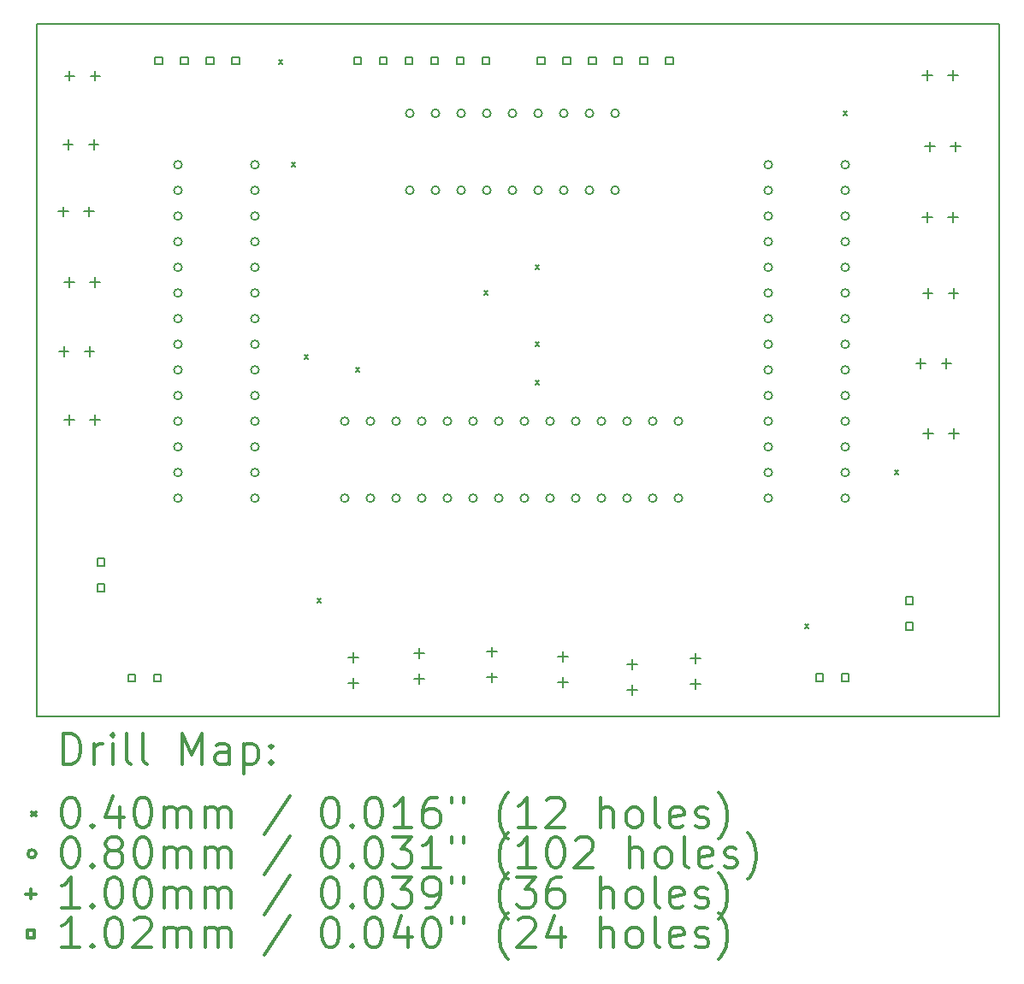
<source format=gbr>
%FSLAX45Y45*%
G04 Gerber Fmt 4.5, Leading zero omitted, Abs format (unit mm)*
G04 Created by KiCad (PCBNEW 4.0.2-stable) date 2016-07-18 1:59:02 PM*
%MOMM*%
G01*
G04 APERTURE LIST*
%ADD10C,0.127000*%
%ADD11C,0.150000*%
%ADD12C,0.200000*%
%ADD13C,0.300000*%
G04 APERTURE END LIST*
D10*
D11*
X9398000Y-9906000D02*
X9398000Y-3048000D01*
X18923000Y-9906000D02*
X9398000Y-9906000D01*
X18923000Y-3048000D02*
X18923000Y-9906000D01*
X9398000Y-3048000D02*
X18923000Y-3048000D01*
D12*
X11791000Y-3409000D02*
X11831000Y-3449000D01*
X11831000Y-3409000D02*
X11791000Y-3449000D01*
X11918000Y-4425000D02*
X11958000Y-4465000D01*
X11958000Y-4425000D02*
X11918000Y-4465000D01*
X12045000Y-6330000D02*
X12085000Y-6370000D01*
X12085000Y-6330000D02*
X12045000Y-6370000D01*
X12172000Y-8743000D02*
X12212000Y-8783000D01*
X12212000Y-8743000D02*
X12172000Y-8783000D01*
X12553000Y-6457000D02*
X12593000Y-6497000D01*
X12593000Y-6457000D02*
X12553000Y-6497000D01*
X13823000Y-5695000D02*
X13863000Y-5735000D01*
X13863000Y-5695000D02*
X13823000Y-5735000D01*
X14331000Y-5441000D02*
X14371000Y-5481000D01*
X14371000Y-5441000D02*
X14331000Y-5481000D01*
X14331000Y-6203000D02*
X14371000Y-6243000D01*
X14371000Y-6203000D02*
X14331000Y-6243000D01*
X14331000Y-6584000D02*
X14371000Y-6624000D01*
X14371000Y-6584000D02*
X14331000Y-6624000D01*
X16998000Y-8997000D02*
X17038000Y-9037000D01*
X17038000Y-8997000D02*
X16998000Y-9037000D01*
X17379000Y-3917000D02*
X17419000Y-3957000D01*
X17419000Y-3917000D02*
X17379000Y-3957000D01*
X17887000Y-7473000D02*
X17927000Y-7513000D01*
X17927000Y-7473000D02*
X17887000Y-7513000D01*
X10835000Y-4445000D02*
G75*
G03X10835000Y-4445000I-40000J0D01*
G01*
X10835000Y-4699000D02*
G75*
G03X10835000Y-4699000I-40000J0D01*
G01*
X10835000Y-4953000D02*
G75*
G03X10835000Y-4953000I-40000J0D01*
G01*
X10835000Y-5207000D02*
G75*
G03X10835000Y-5207000I-40000J0D01*
G01*
X10835000Y-5461000D02*
G75*
G03X10835000Y-5461000I-40000J0D01*
G01*
X10835000Y-5715000D02*
G75*
G03X10835000Y-5715000I-40000J0D01*
G01*
X10835000Y-5969000D02*
G75*
G03X10835000Y-5969000I-40000J0D01*
G01*
X10835000Y-6223000D02*
G75*
G03X10835000Y-6223000I-40000J0D01*
G01*
X10835000Y-6477000D02*
G75*
G03X10835000Y-6477000I-40000J0D01*
G01*
X10835000Y-6731000D02*
G75*
G03X10835000Y-6731000I-40000J0D01*
G01*
X10835000Y-6985000D02*
G75*
G03X10835000Y-6985000I-40000J0D01*
G01*
X10835000Y-7239000D02*
G75*
G03X10835000Y-7239000I-40000J0D01*
G01*
X10835000Y-7493000D02*
G75*
G03X10835000Y-7493000I-40000J0D01*
G01*
X10835000Y-7747000D02*
G75*
G03X10835000Y-7747000I-40000J0D01*
G01*
X11597000Y-4445000D02*
G75*
G03X11597000Y-4445000I-40000J0D01*
G01*
X11597000Y-4699000D02*
G75*
G03X11597000Y-4699000I-40000J0D01*
G01*
X11597000Y-4953000D02*
G75*
G03X11597000Y-4953000I-40000J0D01*
G01*
X11597000Y-5207000D02*
G75*
G03X11597000Y-5207000I-40000J0D01*
G01*
X11597000Y-5461000D02*
G75*
G03X11597000Y-5461000I-40000J0D01*
G01*
X11597000Y-5715000D02*
G75*
G03X11597000Y-5715000I-40000J0D01*
G01*
X11597000Y-5969000D02*
G75*
G03X11597000Y-5969000I-40000J0D01*
G01*
X11597000Y-6223000D02*
G75*
G03X11597000Y-6223000I-40000J0D01*
G01*
X11597000Y-6477000D02*
G75*
G03X11597000Y-6477000I-40000J0D01*
G01*
X11597000Y-6731000D02*
G75*
G03X11597000Y-6731000I-40000J0D01*
G01*
X11597000Y-6985000D02*
G75*
G03X11597000Y-6985000I-40000J0D01*
G01*
X11597000Y-7239000D02*
G75*
G03X11597000Y-7239000I-40000J0D01*
G01*
X11597000Y-7493000D02*
G75*
G03X11597000Y-7493000I-40000J0D01*
G01*
X11597000Y-7747000D02*
G75*
G03X11597000Y-7747000I-40000J0D01*
G01*
X12486000Y-6985000D02*
G75*
G03X12486000Y-6985000I-40000J0D01*
G01*
X12486000Y-7747000D02*
G75*
G03X12486000Y-7747000I-40000J0D01*
G01*
X12740000Y-6985000D02*
G75*
G03X12740000Y-6985000I-40000J0D01*
G01*
X12740000Y-7747000D02*
G75*
G03X12740000Y-7747000I-40000J0D01*
G01*
X12994000Y-6985000D02*
G75*
G03X12994000Y-6985000I-40000J0D01*
G01*
X12994000Y-7747000D02*
G75*
G03X12994000Y-7747000I-40000J0D01*
G01*
X13129786Y-3936500D02*
G75*
G03X13129786Y-3936500I-40000J0D01*
G01*
X13129786Y-4698500D02*
G75*
G03X13129786Y-4698500I-40000J0D01*
G01*
X13248000Y-6985000D02*
G75*
G03X13248000Y-6985000I-40000J0D01*
G01*
X13248000Y-7747000D02*
G75*
G03X13248000Y-7747000I-40000J0D01*
G01*
X13383786Y-3936500D02*
G75*
G03X13383786Y-3936500I-40000J0D01*
G01*
X13383786Y-4698500D02*
G75*
G03X13383786Y-4698500I-40000J0D01*
G01*
X13502000Y-6985000D02*
G75*
G03X13502000Y-6985000I-40000J0D01*
G01*
X13502000Y-7747000D02*
G75*
G03X13502000Y-7747000I-40000J0D01*
G01*
X13637786Y-3936500D02*
G75*
G03X13637786Y-3936500I-40000J0D01*
G01*
X13637786Y-4698500D02*
G75*
G03X13637786Y-4698500I-40000J0D01*
G01*
X13756000Y-6985000D02*
G75*
G03X13756000Y-6985000I-40000J0D01*
G01*
X13756000Y-7747000D02*
G75*
G03X13756000Y-7747000I-40000J0D01*
G01*
X13891786Y-3936500D02*
G75*
G03X13891786Y-3936500I-40000J0D01*
G01*
X13891786Y-4698500D02*
G75*
G03X13891786Y-4698500I-40000J0D01*
G01*
X14010000Y-6985000D02*
G75*
G03X14010000Y-6985000I-40000J0D01*
G01*
X14010000Y-7747000D02*
G75*
G03X14010000Y-7747000I-40000J0D01*
G01*
X14145786Y-3936500D02*
G75*
G03X14145786Y-3936500I-40000J0D01*
G01*
X14145786Y-4698500D02*
G75*
G03X14145786Y-4698500I-40000J0D01*
G01*
X14264000Y-6985000D02*
G75*
G03X14264000Y-6985000I-40000J0D01*
G01*
X14264000Y-7747000D02*
G75*
G03X14264000Y-7747000I-40000J0D01*
G01*
X14399786Y-3936500D02*
G75*
G03X14399786Y-3936500I-40000J0D01*
G01*
X14399786Y-4698500D02*
G75*
G03X14399786Y-4698500I-40000J0D01*
G01*
X14518000Y-6985000D02*
G75*
G03X14518000Y-6985000I-40000J0D01*
G01*
X14518000Y-7747000D02*
G75*
G03X14518000Y-7747000I-40000J0D01*
G01*
X14653786Y-3936500D02*
G75*
G03X14653786Y-3936500I-40000J0D01*
G01*
X14653786Y-4698500D02*
G75*
G03X14653786Y-4698500I-40000J0D01*
G01*
X14772000Y-6985000D02*
G75*
G03X14772000Y-6985000I-40000J0D01*
G01*
X14772000Y-7747000D02*
G75*
G03X14772000Y-7747000I-40000J0D01*
G01*
X14907786Y-3936500D02*
G75*
G03X14907786Y-3936500I-40000J0D01*
G01*
X14907786Y-4698500D02*
G75*
G03X14907786Y-4698500I-40000J0D01*
G01*
X15026000Y-6985000D02*
G75*
G03X15026000Y-6985000I-40000J0D01*
G01*
X15026000Y-7747000D02*
G75*
G03X15026000Y-7747000I-40000J0D01*
G01*
X15161786Y-3936500D02*
G75*
G03X15161786Y-3936500I-40000J0D01*
G01*
X15161786Y-4698500D02*
G75*
G03X15161786Y-4698500I-40000J0D01*
G01*
X15280000Y-6985000D02*
G75*
G03X15280000Y-6985000I-40000J0D01*
G01*
X15280000Y-7747000D02*
G75*
G03X15280000Y-7747000I-40000J0D01*
G01*
X15534000Y-6985000D02*
G75*
G03X15534000Y-6985000I-40000J0D01*
G01*
X15534000Y-7747000D02*
G75*
G03X15534000Y-7747000I-40000J0D01*
G01*
X15788000Y-6985000D02*
G75*
G03X15788000Y-6985000I-40000J0D01*
G01*
X15788000Y-7747000D02*
G75*
G03X15788000Y-7747000I-40000J0D01*
G01*
X16677000Y-4445000D02*
G75*
G03X16677000Y-4445000I-40000J0D01*
G01*
X16677000Y-4699000D02*
G75*
G03X16677000Y-4699000I-40000J0D01*
G01*
X16677000Y-4953000D02*
G75*
G03X16677000Y-4953000I-40000J0D01*
G01*
X16677000Y-5207000D02*
G75*
G03X16677000Y-5207000I-40000J0D01*
G01*
X16677000Y-5461000D02*
G75*
G03X16677000Y-5461000I-40000J0D01*
G01*
X16677000Y-5715000D02*
G75*
G03X16677000Y-5715000I-40000J0D01*
G01*
X16677000Y-5969000D02*
G75*
G03X16677000Y-5969000I-40000J0D01*
G01*
X16677000Y-6223000D02*
G75*
G03X16677000Y-6223000I-40000J0D01*
G01*
X16677000Y-6477000D02*
G75*
G03X16677000Y-6477000I-40000J0D01*
G01*
X16677000Y-6731000D02*
G75*
G03X16677000Y-6731000I-40000J0D01*
G01*
X16677000Y-6985000D02*
G75*
G03X16677000Y-6985000I-40000J0D01*
G01*
X16677000Y-7239000D02*
G75*
G03X16677000Y-7239000I-40000J0D01*
G01*
X16677000Y-7493000D02*
G75*
G03X16677000Y-7493000I-40000J0D01*
G01*
X16677000Y-7747000D02*
G75*
G03X16677000Y-7747000I-40000J0D01*
G01*
X17439000Y-4445000D02*
G75*
G03X17439000Y-4445000I-40000J0D01*
G01*
X17439000Y-4699000D02*
G75*
G03X17439000Y-4699000I-40000J0D01*
G01*
X17439000Y-4953000D02*
G75*
G03X17439000Y-4953000I-40000J0D01*
G01*
X17439000Y-5207000D02*
G75*
G03X17439000Y-5207000I-40000J0D01*
G01*
X17439000Y-5461000D02*
G75*
G03X17439000Y-5461000I-40000J0D01*
G01*
X17439000Y-5715000D02*
G75*
G03X17439000Y-5715000I-40000J0D01*
G01*
X17439000Y-5969000D02*
G75*
G03X17439000Y-5969000I-40000J0D01*
G01*
X17439000Y-6223000D02*
G75*
G03X17439000Y-6223000I-40000J0D01*
G01*
X17439000Y-6477000D02*
G75*
G03X17439000Y-6477000I-40000J0D01*
G01*
X17439000Y-6731000D02*
G75*
G03X17439000Y-6731000I-40000J0D01*
G01*
X17439000Y-6985000D02*
G75*
G03X17439000Y-6985000I-40000J0D01*
G01*
X17439000Y-7239000D02*
G75*
G03X17439000Y-7239000I-40000J0D01*
G01*
X17439000Y-7493000D02*
G75*
G03X17439000Y-7493000I-40000J0D01*
G01*
X17439000Y-7747000D02*
G75*
G03X17439000Y-7747000I-40000J0D01*
G01*
X9662300Y-4858962D02*
X9662300Y-4959038D01*
X9612262Y-4909000D02*
X9712338Y-4909000D01*
X9665300Y-6245962D02*
X9665300Y-6346038D01*
X9615262Y-6296000D02*
X9715338Y-6296000D01*
X9707300Y-4193962D02*
X9707300Y-4294038D01*
X9657262Y-4244000D02*
X9757338Y-4244000D01*
X9717300Y-5554962D02*
X9717300Y-5655038D01*
X9667262Y-5605000D02*
X9767338Y-5605000D01*
X9717300Y-6921962D02*
X9717300Y-7022038D01*
X9667262Y-6972000D02*
X9767338Y-6972000D01*
X9723300Y-3512962D02*
X9723300Y-3613038D01*
X9673262Y-3563000D02*
X9773338Y-3563000D01*
X9916300Y-4858962D02*
X9916300Y-4959038D01*
X9866262Y-4909000D02*
X9966338Y-4909000D01*
X9919300Y-6245962D02*
X9919300Y-6346038D01*
X9869262Y-6296000D02*
X9969338Y-6296000D01*
X9961300Y-4193962D02*
X9961300Y-4294038D01*
X9911262Y-4244000D02*
X10011338Y-4244000D01*
X9971300Y-5554962D02*
X9971300Y-5655038D01*
X9921262Y-5605000D02*
X10021338Y-5605000D01*
X9971300Y-6921962D02*
X9971300Y-7022038D01*
X9921262Y-6972000D02*
X10021338Y-6972000D01*
X9977300Y-3512962D02*
X9977300Y-3613038D01*
X9927262Y-3563000D02*
X10027338Y-3563000D01*
X12533500Y-9277162D02*
X12533500Y-9377238D01*
X12483462Y-9327200D02*
X12583538Y-9327200D01*
X12533500Y-9531162D02*
X12533500Y-9631238D01*
X12483462Y-9581200D02*
X12583538Y-9581200D01*
X13181500Y-9235162D02*
X13181500Y-9335238D01*
X13131462Y-9285200D02*
X13231538Y-9285200D01*
X13181500Y-9489162D02*
X13181500Y-9589238D01*
X13131462Y-9539200D02*
X13231538Y-9539200D01*
X13903500Y-9219162D02*
X13903500Y-9319238D01*
X13853462Y-9269200D02*
X13953538Y-9269200D01*
X13903500Y-9473162D02*
X13903500Y-9573238D01*
X13853462Y-9523200D02*
X13953538Y-9523200D01*
X14604500Y-9265162D02*
X14604500Y-9365238D01*
X14554462Y-9315200D02*
X14654538Y-9315200D01*
X14604500Y-9519162D02*
X14604500Y-9619238D01*
X14554462Y-9569200D02*
X14654538Y-9569200D01*
X15290500Y-9340162D02*
X15290500Y-9440238D01*
X15240462Y-9390200D02*
X15340538Y-9390200D01*
X15290500Y-9594162D02*
X15290500Y-9694238D01*
X15240462Y-9644200D02*
X15340538Y-9644200D01*
X15915500Y-9280162D02*
X15915500Y-9380238D01*
X15865462Y-9330200D02*
X15965538Y-9330200D01*
X15915500Y-9534162D02*
X15915500Y-9634238D01*
X15865462Y-9584200D02*
X15965538Y-9584200D01*
X18147700Y-6363962D02*
X18147700Y-6464038D01*
X18097662Y-6414000D02*
X18197738Y-6414000D01*
X18210700Y-3508962D02*
X18210700Y-3609038D01*
X18160662Y-3559000D02*
X18260738Y-3559000D01*
X18210700Y-4915962D02*
X18210700Y-5016038D01*
X18160662Y-4966000D02*
X18260738Y-4966000D01*
X18216700Y-5667962D02*
X18216700Y-5768038D01*
X18166662Y-5718000D02*
X18266738Y-5718000D01*
X18222700Y-7054962D02*
X18222700Y-7155038D01*
X18172662Y-7105000D02*
X18272738Y-7105000D01*
X18238700Y-4214962D02*
X18238700Y-4315038D01*
X18188662Y-4265000D02*
X18288738Y-4265000D01*
X18401700Y-6363962D02*
X18401700Y-6464038D01*
X18351662Y-6414000D02*
X18451738Y-6414000D01*
X18464700Y-3508962D02*
X18464700Y-3609038D01*
X18414662Y-3559000D02*
X18514738Y-3559000D01*
X18464700Y-4915962D02*
X18464700Y-5016038D01*
X18414662Y-4966000D02*
X18514738Y-4966000D01*
X18470700Y-5667962D02*
X18470700Y-5768038D01*
X18420662Y-5718000D02*
X18520738Y-5718000D01*
X18476700Y-7054962D02*
X18476700Y-7155038D01*
X18426662Y-7105000D02*
X18526738Y-7105000D01*
X18492700Y-4214962D02*
X18492700Y-4315038D01*
X18442662Y-4265000D02*
X18542738Y-4265000D01*
X10068921Y-8417921D02*
X10068921Y-8346079D01*
X9997079Y-8346079D01*
X9997079Y-8417921D01*
X10068921Y-8417921D01*
X10068921Y-8671921D02*
X10068921Y-8600079D01*
X9997079Y-8600079D01*
X9997079Y-8671921D01*
X10068921Y-8671921D01*
X10375755Y-9564421D02*
X10375755Y-9492579D01*
X10303912Y-9492579D01*
X10303912Y-9564421D01*
X10375755Y-9564421D01*
X10629755Y-9564421D02*
X10629755Y-9492579D01*
X10557912Y-9492579D01*
X10557912Y-9564421D01*
X10629755Y-9564421D01*
X10640660Y-3452421D02*
X10640660Y-3380579D01*
X10568817Y-3380579D01*
X10568817Y-3452421D01*
X10640660Y-3452421D01*
X10894660Y-3452421D02*
X10894660Y-3380579D01*
X10822817Y-3380579D01*
X10822817Y-3452421D01*
X10894660Y-3452421D01*
X11148660Y-3452421D02*
X11148660Y-3380579D01*
X11076817Y-3380579D01*
X11076817Y-3452421D01*
X11148660Y-3452421D01*
X11402659Y-3452421D02*
X11402659Y-3380579D01*
X11330817Y-3380579D01*
X11330817Y-3452421D01*
X11402659Y-3452421D01*
X12607755Y-3452421D02*
X12607755Y-3380579D01*
X12535912Y-3380579D01*
X12535912Y-3452421D01*
X12607755Y-3452421D01*
X12861755Y-3452421D02*
X12861755Y-3380579D01*
X12789912Y-3380579D01*
X12789912Y-3452421D01*
X12861755Y-3452421D01*
X13115755Y-3452421D02*
X13115755Y-3380579D01*
X13043912Y-3380579D01*
X13043912Y-3452421D01*
X13115755Y-3452421D01*
X13369755Y-3452421D02*
X13369755Y-3380579D01*
X13297912Y-3380579D01*
X13297912Y-3452421D01*
X13369755Y-3452421D01*
X13623755Y-3452421D02*
X13623755Y-3380579D01*
X13551912Y-3380579D01*
X13551912Y-3452421D01*
X13623755Y-3452421D01*
X13877755Y-3452421D02*
X13877755Y-3380579D01*
X13805912Y-3380579D01*
X13805912Y-3452421D01*
X13877755Y-3452421D01*
X14425755Y-3452421D02*
X14425755Y-3380579D01*
X14353912Y-3380579D01*
X14353912Y-3452421D01*
X14425755Y-3452421D01*
X14679755Y-3452421D02*
X14679755Y-3380579D01*
X14607912Y-3380579D01*
X14607912Y-3452421D01*
X14679755Y-3452421D01*
X14933755Y-3452421D02*
X14933755Y-3380579D01*
X14861912Y-3380579D01*
X14861912Y-3452421D01*
X14933755Y-3452421D01*
X15187755Y-3452421D02*
X15187755Y-3380579D01*
X15115912Y-3380579D01*
X15115912Y-3452421D01*
X15187755Y-3452421D01*
X15441755Y-3452421D02*
X15441755Y-3380579D01*
X15369912Y-3380579D01*
X15369912Y-3452421D01*
X15441755Y-3452421D01*
X15695755Y-3452421D02*
X15695755Y-3380579D01*
X15623912Y-3380579D01*
X15623912Y-3452421D01*
X15695755Y-3452421D01*
X17180921Y-9560921D02*
X17180921Y-9489079D01*
X17109079Y-9489079D01*
X17109079Y-9560921D01*
X17180921Y-9560921D01*
X17434921Y-9560921D02*
X17434921Y-9489079D01*
X17363079Y-9489079D01*
X17363079Y-9560921D01*
X17434921Y-9560921D01*
X18069921Y-8798921D02*
X18069921Y-8727079D01*
X17998079Y-8727079D01*
X17998079Y-8798921D01*
X18069921Y-8798921D01*
X18069921Y-9052921D02*
X18069921Y-8981079D01*
X17998079Y-8981079D01*
X17998079Y-9052921D01*
X18069921Y-9052921D01*
D13*
X9661929Y-10379214D02*
X9661929Y-10079214D01*
X9733357Y-10079214D01*
X9776214Y-10093500D01*
X9804786Y-10122072D01*
X9819071Y-10150643D01*
X9833357Y-10207786D01*
X9833357Y-10250643D01*
X9819071Y-10307786D01*
X9804786Y-10336357D01*
X9776214Y-10364929D01*
X9733357Y-10379214D01*
X9661929Y-10379214D01*
X9961929Y-10379214D02*
X9961929Y-10179214D01*
X9961929Y-10236357D02*
X9976214Y-10207786D01*
X9990500Y-10193500D01*
X10019071Y-10179214D01*
X10047643Y-10179214D01*
X10147643Y-10379214D02*
X10147643Y-10179214D01*
X10147643Y-10079214D02*
X10133357Y-10093500D01*
X10147643Y-10107786D01*
X10161929Y-10093500D01*
X10147643Y-10079214D01*
X10147643Y-10107786D01*
X10333357Y-10379214D02*
X10304786Y-10364929D01*
X10290500Y-10336357D01*
X10290500Y-10079214D01*
X10490500Y-10379214D02*
X10461929Y-10364929D01*
X10447643Y-10336357D01*
X10447643Y-10079214D01*
X10833357Y-10379214D02*
X10833357Y-10079214D01*
X10933357Y-10293500D01*
X11033357Y-10079214D01*
X11033357Y-10379214D01*
X11304786Y-10379214D02*
X11304786Y-10222072D01*
X11290500Y-10193500D01*
X11261928Y-10179214D01*
X11204786Y-10179214D01*
X11176214Y-10193500D01*
X11304786Y-10364929D02*
X11276214Y-10379214D01*
X11204786Y-10379214D01*
X11176214Y-10364929D01*
X11161929Y-10336357D01*
X11161929Y-10307786D01*
X11176214Y-10279214D01*
X11204786Y-10264929D01*
X11276214Y-10264929D01*
X11304786Y-10250643D01*
X11447643Y-10179214D02*
X11447643Y-10479214D01*
X11447643Y-10193500D02*
X11476214Y-10179214D01*
X11533357Y-10179214D01*
X11561928Y-10193500D01*
X11576214Y-10207786D01*
X11590500Y-10236357D01*
X11590500Y-10322072D01*
X11576214Y-10350643D01*
X11561928Y-10364929D01*
X11533357Y-10379214D01*
X11476214Y-10379214D01*
X11447643Y-10364929D01*
X11719071Y-10350643D02*
X11733357Y-10364929D01*
X11719071Y-10379214D01*
X11704786Y-10364929D01*
X11719071Y-10350643D01*
X11719071Y-10379214D01*
X11719071Y-10193500D02*
X11733357Y-10207786D01*
X11719071Y-10222072D01*
X11704786Y-10207786D01*
X11719071Y-10193500D01*
X11719071Y-10222072D01*
X9350500Y-10853500D02*
X9390500Y-10893500D01*
X9390500Y-10853500D02*
X9350500Y-10893500D01*
X9719071Y-10709214D02*
X9747643Y-10709214D01*
X9776214Y-10723500D01*
X9790500Y-10737786D01*
X9804786Y-10766357D01*
X9819071Y-10823500D01*
X9819071Y-10894929D01*
X9804786Y-10952072D01*
X9790500Y-10980643D01*
X9776214Y-10994929D01*
X9747643Y-11009214D01*
X9719071Y-11009214D01*
X9690500Y-10994929D01*
X9676214Y-10980643D01*
X9661929Y-10952072D01*
X9647643Y-10894929D01*
X9647643Y-10823500D01*
X9661929Y-10766357D01*
X9676214Y-10737786D01*
X9690500Y-10723500D01*
X9719071Y-10709214D01*
X9947643Y-10980643D02*
X9961929Y-10994929D01*
X9947643Y-11009214D01*
X9933357Y-10994929D01*
X9947643Y-10980643D01*
X9947643Y-11009214D01*
X10219071Y-10809214D02*
X10219071Y-11009214D01*
X10147643Y-10694929D02*
X10076214Y-10909214D01*
X10261928Y-10909214D01*
X10433357Y-10709214D02*
X10461929Y-10709214D01*
X10490500Y-10723500D01*
X10504786Y-10737786D01*
X10519071Y-10766357D01*
X10533357Y-10823500D01*
X10533357Y-10894929D01*
X10519071Y-10952072D01*
X10504786Y-10980643D01*
X10490500Y-10994929D01*
X10461929Y-11009214D01*
X10433357Y-11009214D01*
X10404786Y-10994929D01*
X10390500Y-10980643D01*
X10376214Y-10952072D01*
X10361929Y-10894929D01*
X10361929Y-10823500D01*
X10376214Y-10766357D01*
X10390500Y-10737786D01*
X10404786Y-10723500D01*
X10433357Y-10709214D01*
X10661929Y-11009214D02*
X10661929Y-10809214D01*
X10661929Y-10837786D02*
X10676214Y-10823500D01*
X10704786Y-10809214D01*
X10747643Y-10809214D01*
X10776214Y-10823500D01*
X10790500Y-10852072D01*
X10790500Y-11009214D01*
X10790500Y-10852072D02*
X10804786Y-10823500D01*
X10833357Y-10809214D01*
X10876214Y-10809214D01*
X10904786Y-10823500D01*
X10919071Y-10852072D01*
X10919071Y-11009214D01*
X11061929Y-11009214D02*
X11061929Y-10809214D01*
X11061929Y-10837786D02*
X11076214Y-10823500D01*
X11104786Y-10809214D01*
X11147643Y-10809214D01*
X11176214Y-10823500D01*
X11190500Y-10852072D01*
X11190500Y-11009214D01*
X11190500Y-10852072D02*
X11204786Y-10823500D01*
X11233357Y-10809214D01*
X11276214Y-10809214D01*
X11304786Y-10823500D01*
X11319071Y-10852072D01*
X11319071Y-11009214D01*
X11904786Y-10694929D02*
X11647643Y-11080643D01*
X12290500Y-10709214D02*
X12319071Y-10709214D01*
X12347643Y-10723500D01*
X12361928Y-10737786D01*
X12376214Y-10766357D01*
X12390500Y-10823500D01*
X12390500Y-10894929D01*
X12376214Y-10952072D01*
X12361928Y-10980643D01*
X12347643Y-10994929D01*
X12319071Y-11009214D01*
X12290500Y-11009214D01*
X12261928Y-10994929D01*
X12247643Y-10980643D01*
X12233357Y-10952072D01*
X12219071Y-10894929D01*
X12219071Y-10823500D01*
X12233357Y-10766357D01*
X12247643Y-10737786D01*
X12261928Y-10723500D01*
X12290500Y-10709214D01*
X12519071Y-10980643D02*
X12533357Y-10994929D01*
X12519071Y-11009214D01*
X12504786Y-10994929D01*
X12519071Y-10980643D01*
X12519071Y-11009214D01*
X12719071Y-10709214D02*
X12747643Y-10709214D01*
X12776214Y-10723500D01*
X12790500Y-10737786D01*
X12804785Y-10766357D01*
X12819071Y-10823500D01*
X12819071Y-10894929D01*
X12804785Y-10952072D01*
X12790500Y-10980643D01*
X12776214Y-10994929D01*
X12747643Y-11009214D01*
X12719071Y-11009214D01*
X12690500Y-10994929D01*
X12676214Y-10980643D01*
X12661928Y-10952072D01*
X12647643Y-10894929D01*
X12647643Y-10823500D01*
X12661928Y-10766357D01*
X12676214Y-10737786D01*
X12690500Y-10723500D01*
X12719071Y-10709214D01*
X13104785Y-11009214D02*
X12933357Y-11009214D01*
X13019071Y-11009214D02*
X13019071Y-10709214D01*
X12990500Y-10752072D01*
X12961928Y-10780643D01*
X12933357Y-10794929D01*
X13361928Y-10709214D02*
X13304785Y-10709214D01*
X13276214Y-10723500D01*
X13261928Y-10737786D01*
X13233357Y-10780643D01*
X13219071Y-10837786D01*
X13219071Y-10952072D01*
X13233357Y-10980643D01*
X13247643Y-10994929D01*
X13276214Y-11009214D01*
X13333357Y-11009214D01*
X13361928Y-10994929D01*
X13376214Y-10980643D01*
X13390500Y-10952072D01*
X13390500Y-10880643D01*
X13376214Y-10852072D01*
X13361928Y-10837786D01*
X13333357Y-10823500D01*
X13276214Y-10823500D01*
X13247643Y-10837786D01*
X13233357Y-10852072D01*
X13219071Y-10880643D01*
X13504786Y-10709214D02*
X13504786Y-10766357D01*
X13619071Y-10709214D02*
X13619071Y-10766357D01*
X14061928Y-11123500D02*
X14047643Y-11109214D01*
X14019071Y-11066357D01*
X14004785Y-11037786D01*
X13990500Y-10994929D01*
X13976214Y-10923500D01*
X13976214Y-10866357D01*
X13990500Y-10794929D01*
X14004785Y-10752072D01*
X14019071Y-10723500D01*
X14047643Y-10680643D01*
X14061928Y-10666357D01*
X14333357Y-11009214D02*
X14161928Y-11009214D01*
X14247643Y-11009214D02*
X14247643Y-10709214D01*
X14219071Y-10752072D01*
X14190500Y-10780643D01*
X14161928Y-10794929D01*
X14447643Y-10737786D02*
X14461928Y-10723500D01*
X14490500Y-10709214D01*
X14561928Y-10709214D01*
X14590500Y-10723500D01*
X14604785Y-10737786D01*
X14619071Y-10766357D01*
X14619071Y-10794929D01*
X14604785Y-10837786D01*
X14433357Y-11009214D01*
X14619071Y-11009214D01*
X14976214Y-11009214D02*
X14976214Y-10709214D01*
X15104785Y-11009214D02*
X15104785Y-10852072D01*
X15090500Y-10823500D01*
X15061928Y-10809214D01*
X15019071Y-10809214D01*
X14990500Y-10823500D01*
X14976214Y-10837786D01*
X15290500Y-11009214D02*
X15261928Y-10994929D01*
X15247643Y-10980643D01*
X15233357Y-10952072D01*
X15233357Y-10866357D01*
X15247643Y-10837786D01*
X15261928Y-10823500D01*
X15290500Y-10809214D01*
X15333357Y-10809214D01*
X15361928Y-10823500D01*
X15376214Y-10837786D01*
X15390500Y-10866357D01*
X15390500Y-10952072D01*
X15376214Y-10980643D01*
X15361928Y-10994929D01*
X15333357Y-11009214D01*
X15290500Y-11009214D01*
X15561928Y-11009214D02*
X15533357Y-10994929D01*
X15519071Y-10966357D01*
X15519071Y-10709214D01*
X15790500Y-10994929D02*
X15761928Y-11009214D01*
X15704786Y-11009214D01*
X15676214Y-10994929D01*
X15661928Y-10966357D01*
X15661928Y-10852072D01*
X15676214Y-10823500D01*
X15704786Y-10809214D01*
X15761928Y-10809214D01*
X15790500Y-10823500D01*
X15804786Y-10852072D01*
X15804786Y-10880643D01*
X15661928Y-10909214D01*
X15919071Y-10994929D02*
X15947643Y-11009214D01*
X16004786Y-11009214D01*
X16033357Y-10994929D01*
X16047643Y-10966357D01*
X16047643Y-10952072D01*
X16033357Y-10923500D01*
X16004786Y-10909214D01*
X15961928Y-10909214D01*
X15933357Y-10894929D01*
X15919071Y-10866357D01*
X15919071Y-10852072D01*
X15933357Y-10823500D01*
X15961928Y-10809214D01*
X16004786Y-10809214D01*
X16033357Y-10823500D01*
X16147643Y-11123500D02*
X16161928Y-11109214D01*
X16190500Y-11066357D01*
X16204786Y-11037786D01*
X16219071Y-10994929D01*
X16233357Y-10923500D01*
X16233357Y-10866357D01*
X16219071Y-10794929D01*
X16204786Y-10752072D01*
X16190500Y-10723500D01*
X16161928Y-10680643D01*
X16147643Y-10666357D01*
X9390500Y-11269500D02*
G75*
G03X9390500Y-11269500I-40000J0D01*
G01*
X9719071Y-11105214D02*
X9747643Y-11105214D01*
X9776214Y-11119500D01*
X9790500Y-11133786D01*
X9804786Y-11162357D01*
X9819071Y-11219500D01*
X9819071Y-11290929D01*
X9804786Y-11348071D01*
X9790500Y-11376643D01*
X9776214Y-11390929D01*
X9747643Y-11405214D01*
X9719071Y-11405214D01*
X9690500Y-11390929D01*
X9676214Y-11376643D01*
X9661929Y-11348071D01*
X9647643Y-11290929D01*
X9647643Y-11219500D01*
X9661929Y-11162357D01*
X9676214Y-11133786D01*
X9690500Y-11119500D01*
X9719071Y-11105214D01*
X9947643Y-11376643D02*
X9961929Y-11390929D01*
X9947643Y-11405214D01*
X9933357Y-11390929D01*
X9947643Y-11376643D01*
X9947643Y-11405214D01*
X10133357Y-11233786D02*
X10104786Y-11219500D01*
X10090500Y-11205214D01*
X10076214Y-11176643D01*
X10076214Y-11162357D01*
X10090500Y-11133786D01*
X10104786Y-11119500D01*
X10133357Y-11105214D01*
X10190500Y-11105214D01*
X10219071Y-11119500D01*
X10233357Y-11133786D01*
X10247643Y-11162357D01*
X10247643Y-11176643D01*
X10233357Y-11205214D01*
X10219071Y-11219500D01*
X10190500Y-11233786D01*
X10133357Y-11233786D01*
X10104786Y-11248071D01*
X10090500Y-11262357D01*
X10076214Y-11290929D01*
X10076214Y-11348071D01*
X10090500Y-11376643D01*
X10104786Y-11390929D01*
X10133357Y-11405214D01*
X10190500Y-11405214D01*
X10219071Y-11390929D01*
X10233357Y-11376643D01*
X10247643Y-11348071D01*
X10247643Y-11290929D01*
X10233357Y-11262357D01*
X10219071Y-11248071D01*
X10190500Y-11233786D01*
X10433357Y-11105214D02*
X10461929Y-11105214D01*
X10490500Y-11119500D01*
X10504786Y-11133786D01*
X10519071Y-11162357D01*
X10533357Y-11219500D01*
X10533357Y-11290929D01*
X10519071Y-11348071D01*
X10504786Y-11376643D01*
X10490500Y-11390929D01*
X10461929Y-11405214D01*
X10433357Y-11405214D01*
X10404786Y-11390929D01*
X10390500Y-11376643D01*
X10376214Y-11348071D01*
X10361929Y-11290929D01*
X10361929Y-11219500D01*
X10376214Y-11162357D01*
X10390500Y-11133786D01*
X10404786Y-11119500D01*
X10433357Y-11105214D01*
X10661929Y-11405214D02*
X10661929Y-11205214D01*
X10661929Y-11233786D02*
X10676214Y-11219500D01*
X10704786Y-11205214D01*
X10747643Y-11205214D01*
X10776214Y-11219500D01*
X10790500Y-11248071D01*
X10790500Y-11405214D01*
X10790500Y-11248071D02*
X10804786Y-11219500D01*
X10833357Y-11205214D01*
X10876214Y-11205214D01*
X10904786Y-11219500D01*
X10919071Y-11248071D01*
X10919071Y-11405214D01*
X11061929Y-11405214D02*
X11061929Y-11205214D01*
X11061929Y-11233786D02*
X11076214Y-11219500D01*
X11104786Y-11205214D01*
X11147643Y-11205214D01*
X11176214Y-11219500D01*
X11190500Y-11248071D01*
X11190500Y-11405214D01*
X11190500Y-11248071D02*
X11204786Y-11219500D01*
X11233357Y-11205214D01*
X11276214Y-11205214D01*
X11304786Y-11219500D01*
X11319071Y-11248071D01*
X11319071Y-11405214D01*
X11904786Y-11090929D02*
X11647643Y-11476643D01*
X12290500Y-11105214D02*
X12319071Y-11105214D01*
X12347643Y-11119500D01*
X12361928Y-11133786D01*
X12376214Y-11162357D01*
X12390500Y-11219500D01*
X12390500Y-11290929D01*
X12376214Y-11348071D01*
X12361928Y-11376643D01*
X12347643Y-11390929D01*
X12319071Y-11405214D01*
X12290500Y-11405214D01*
X12261928Y-11390929D01*
X12247643Y-11376643D01*
X12233357Y-11348071D01*
X12219071Y-11290929D01*
X12219071Y-11219500D01*
X12233357Y-11162357D01*
X12247643Y-11133786D01*
X12261928Y-11119500D01*
X12290500Y-11105214D01*
X12519071Y-11376643D02*
X12533357Y-11390929D01*
X12519071Y-11405214D01*
X12504786Y-11390929D01*
X12519071Y-11376643D01*
X12519071Y-11405214D01*
X12719071Y-11105214D02*
X12747643Y-11105214D01*
X12776214Y-11119500D01*
X12790500Y-11133786D01*
X12804785Y-11162357D01*
X12819071Y-11219500D01*
X12819071Y-11290929D01*
X12804785Y-11348071D01*
X12790500Y-11376643D01*
X12776214Y-11390929D01*
X12747643Y-11405214D01*
X12719071Y-11405214D01*
X12690500Y-11390929D01*
X12676214Y-11376643D01*
X12661928Y-11348071D01*
X12647643Y-11290929D01*
X12647643Y-11219500D01*
X12661928Y-11162357D01*
X12676214Y-11133786D01*
X12690500Y-11119500D01*
X12719071Y-11105214D01*
X12919071Y-11105214D02*
X13104785Y-11105214D01*
X13004785Y-11219500D01*
X13047643Y-11219500D01*
X13076214Y-11233786D01*
X13090500Y-11248071D01*
X13104785Y-11276643D01*
X13104785Y-11348071D01*
X13090500Y-11376643D01*
X13076214Y-11390929D01*
X13047643Y-11405214D01*
X12961928Y-11405214D01*
X12933357Y-11390929D01*
X12919071Y-11376643D01*
X13390500Y-11405214D02*
X13219071Y-11405214D01*
X13304785Y-11405214D02*
X13304785Y-11105214D01*
X13276214Y-11148072D01*
X13247643Y-11176643D01*
X13219071Y-11190929D01*
X13504786Y-11105214D02*
X13504786Y-11162357D01*
X13619071Y-11105214D02*
X13619071Y-11162357D01*
X14061928Y-11519500D02*
X14047643Y-11505214D01*
X14019071Y-11462357D01*
X14004785Y-11433786D01*
X13990500Y-11390929D01*
X13976214Y-11319500D01*
X13976214Y-11262357D01*
X13990500Y-11190929D01*
X14004785Y-11148072D01*
X14019071Y-11119500D01*
X14047643Y-11076643D01*
X14061928Y-11062357D01*
X14333357Y-11405214D02*
X14161928Y-11405214D01*
X14247643Y-11405214D02*
X14247643Y-11105214D01*
X14219071Y-11148072D01*
X14190500Y-11176643D01*
X14161928Y-11190929D01*
X14519071Y-11105214D02*
X14547643Y-11105214D01*
X14576214Y-11119500D01*
X14590500Y-11133786D01*
X14604785Y-11162357D01*
X14619071Y-11219500D01*
X14619071Y-11290929D01*
X14604785Y-11348071D01*
X14590500Y-11376643D01*
X14576214Y-11390929D01*
X14547643Y-11405214D01*
X14519071Y-11405214D01*
X14490500Y-11390929D01*
X14476214Y-11376643D01*
X14461928Y-11348071D01*
X14447643Y-11290929D01*
X14447643Y-11219500D01*
X14461928Y-11162357D01*
X14476214Y-11133786D01*
X14490500Y-11119500D01*
X14519071Y-11105214D01*
X14733357Y-11133786D02*
X14747643Y-11119500D01*
X14776214Y-11105214D01*
X14847643Y-11105214D01*
X14876214Y-11119500D01*
X14890500Y-11133786D01*
X14904785Y-11162357D01*
X14904785Y-11190929D01*
X14890500Y-11233786D01*
X14719071Y-11405214D01*
X14904785Y-11405214D01*
X15261928Y-11405214D02*
X15261928Y-11105214D01*
X15390500Y-11405214D02*
X15390500Y-11248071D01*
X15376214Y-11219500D01*
X15347643Y-11205214D01*
X15304785Y-11205214D01*
X15276214Y-11219500D01*
X15261928Y-11233786D01*
X15576214Y-11405214D02*
X15547643Y-11390929D01*
X15533357Y-11376643D01*
X15519071Y-11348071D01*
X15519071Y-11262357D01*
X15533357Y-11233786D01*
X15547643Y-11219500D01*
X15576214Y-11205214D01*
X15619071Y-11205214D01*
X15647643Y-11219500D01*
X15661928Y-11233786D01*
X15676214Y-11262357D01*
X15676214Y-11348071D01*
X15661928Y-11376643D01*
X15647643Y-11390929D01*
X15619071Y-11405214D01*
X15576214Y-11405214D01*
X15847643Y-11405214D02*
X15819071Y-11390929D01*
X15804786Y-11362357D01*
X15804786Y-11105214D01*
X16076214Y-11390929D02*
X16047643Y-11405214D01*
X15990500Y-11405214D01*
X15961928Y-11390929D01*
X15947643Y-11362357D01*
X15947643Y-11248071D01*
X15961928Y-11219500D01*
X15990500Y-11205214D01*
X16047643Y-11205214D01*
X16076214Y-11219500D01*
X16090500Y-11248071D01*
X16090500Y-11276643D01*
X15947643Y-11305214D01*
X16204786Y-11390929D02*
X16233357Y-11405214D01*
X16290500Y-11405214D01*
X16319071Y-11390929D01*
X16333357Y-11362357D01*
X16333357Y-11348071D01*
X16319071Y-11319500D01*
X16290500Y-11305214D01*
X16247643Y-11305214D01*
X16219071Y-11290929D01*
X16204786Y-11262357D01*
X16204786Y-11248071D01*
X16219071Y-11219500D01*
X16247643Y-11205214D01*
X16290500Y-11205214D01*
X16319071Y-11219500D01*
X16433357Y-11519500D02*
X16447643Y-11505214D01*
X16476214Y-11462357D01*
X16490500Y-11433786D01*
X16504786Y-11390929D01*
X16519071Y-11319500D01*
X16519071Y-11262357D01*
X16504786Y-11190929D01*
X16490500Y-11148072D01*
X16476214Y-11119500D01*
X16447643Y-11076643D01*
X16433357Y-11062357D01*
X9340462Y-11615462D02*
X9340462Y-11715538D01*
X9290424Y-11665500D02*
X9390500Y-11665500D01*
X9819071Y-11801214D02*
X9647643Y-11801214D01*
X9733357Y-11801214D02*
X9733357Y-11501214D01*
X9704786Y-11544071D01*
X9676214Y-11572643D01*
X9647643Y-11586929D01*
X9947643Y-11772643D02*
X9961929Y-11786929D01*
X9947643Y-11801214D01*
X9933357Y-11786929D01*
X9947643Y-11772643D01*
X9947643Y-11801214D01*
X10147643Y-11501214D02*
X10176214Y-11501214D01*
X10204786Y-11515500D01*
X10219071Y-11529786D01*
X10233357Y-11558357D01*
X10247643Y-11615500D01*
X10247643Y-11686929D01*
X10233357Y-11744071D01*
X10219071Y-11772643D01*
X10204786Y-11786929D01*
X10176214Y-11801214D01*
X10147643Y-11801214D01*
X10119071Y-11786929D01*
X10104786Y-11772643D01*
X10090500Y-11744071D01*
X10076214Y-11686929D01*
X10076214Y-11615500D01*
X10090500Y-11558357D01*
X10104786Y-11529786D01*
X10119071Y-11515500D01*
X10147643Y-11501214D01*
X10433357Y-11501214D02*
X10461929Y-11501214D01*
X10490500Y-11515500D01*
X10504786Y-11529786D01*
X10519071Y-11558357D01*
X10533357Y-11615500D01*
X10533357Y-11686929D01*
X10519071Y-11744071D01*
X10504786Y-11772643D01*
X10490500Y-11786929D01*
X10461929Y-11801214D01*
X10433357Y-11801214D01*
X10404786Y-11786929D01*
X10390500Y-11772643D01*
X10376214Y-11744071D01*
X10361929Y-11686929D01*
X10361929Y-11615500D01*
X10376214Y-11558357D01*
X10390500Y-11529786D01*
X10404786Y-11515500D01*
X10433357Y-11501214D01*
X10661929Y-11801214D02*
X10661929Y-11601214D01*
X10661929Y-11629786D02*
X10676214Y-11615500D01*
X10704786Y-11601214D01*
X10747643Y-11601214D01*
X10776214Y-11615500D01*
X10790500Y-11644071D01*
X10790500Y-11801214D01*
X10790500Y-11644071D02*
X10804786Y-11615500D01*
X10833357Y-11601214D01*
X10876214Y-11601214D01*
X10904786Y-11615500D01*
X10919071Y-11644071D01*
X10919071Y-11801214D01*
X11061929Y-11801214D02*
X11061929Y-11601214D01*
X11061929Y-11629786D02*
X11076214Y-11615500D01*
X11104786Y-11601214D01*
X11147643Y-11601214D01*
X11176214Y-11615500D01*
X11190500Y-11644071D01*
X11190500Y-11801214D01*
X11190500Y-11644071D02*
X11204786Y-11615500D01*
X11233357Y-11601214D01*
X11276214Y-11601214D01*
X11304786Y-11615500D01*
X11319071Y-11644071D01*
X11319071Y-11801214D01*
X11904786Y-11486929D02*
X11647643Y-11872643D01*
X12290500Y-11501214D02*
X12319071Y-11501214D01*
X12347643Y-11515500D01*
X12361928Y-11529786D01*
X12376214Y-11558357D01*
X12390500Y-11615500D01*
X12390500Y-11686929D01*
X12376214Y-11744071D01*
X12361928Y-11772643D01*
X12347643Y-11786929D01*
X12319071Y-11801214D01*
X12290500Y-11801214D01*
X12261928Y-11786929D01*
X12247643Y-11772643D01*
X12233357Y-11744071D01*
X12219071Y-11686929D01*
X12219071Y-11615500D01*
X12233357Y-11558357D01*
X12247643Y-11529786D01*
X12261928Y-11515500D01*
X12290500Y-11501214D01*
X12519071Y-11772643D02*
X12533357Y-11786929D01*
X12519071Y-11801214D01*
X12504786Y-11786929D01*
X12519071Y-11772643D01*
X12519071Y-11801214D01*
X12719071Y-11501214D02*
X12747643Y-11501214D01*
X12776214Y-11515500D01*
X12790500Y-11529786D01*
X12804785Y-11558357D01*
X12819071Y-11615500D01*
X12819071Y-11686929D01*
X12804785Y-11744071D01*
X12790500Y-11772643D01*
X12776214Y-11786929D01*
X12747643Y-11801214D01*
X12719071Y-11801214D01*
X12690500Y-11786929D01*
X12676214Y-11772643D01*
X12661928Y-11744071D01*
X12647643Y-11686929D01*
X12647643Y-11615500D01*
X12661928Y-11558357D01*
X12676214Y-11529786D01*
X12690500Y-11515500D01*
X12719071Y-11501214D01*
X12919071Y-11501214D02*
X13104785Y-11501214D01*
X13004785Y-11615500D01*
X13047643Y-11615500D01*
X13076214Y-11629786D01*
X13090500Y-11644071D01*
X13104785Y-11672643D01*
X13104785Y-11744071D01*
X13090500Y-11772643D01*
X13076214Y-11786929D01*
X13047643Y-11801214D01*
X12961928Y-11801214D01*
X12933357Y-11786929D01*
X12919071Y-11772643D01*
X13247643Y-11801214D02*
X13304785Y-11801214D01*
X13333357Y-11786929D01*
X13347643Y-11772643D01*
X13376214Y-11729786D01*
X13390500Y-11672643D01*
X13390500Y-11558357D01*
X13376214Y-11529786D01*
X13361928Y-11515500D01*
X13333357Y-11501214D01*
X13276214Y-11501214D01*
X13247643Y-11515500D01*
X13233357Y-11529786D01*
X13219071Y-11558357D01*
X13219071Y-11629786D01*
X13233357Y-11658357D01*
X13247643Y-11672643D01*
X13276214Y-11686929D01*
X13333357Y-11686929D01*
X13361928Y-11672643D01*
X13376214Y-11658357D01*
X13390500Y-11629786D01*
X13504786Y-11501214D02*
X13504786Y-11558357D01*
X13619071Y-11501214D02*
X13619071Y-11558357D01*
X14061928Y-11915500D02*
X14047643Y-11901214D01*
X14019071Y-11858357D01*
X14004785Y-11829786D01*
X13990500Y-11786929D01*
X13976214Y-11715500D01*
X13976214Y-11658357D01*
X13990500Y-11586929D01*
X14004785Y-11544071D01*
X14019071Y-11515500D01*
X14047643Y-11472643D01*
X14061928Y-11458357D01*
X14147643Y-11501214D02*
X14333357Y-11501214D01*
X14233357Y-11615500D01*
X14276214Y-11615500D01*
X14304785Y-11629786D01*
X14319071Y-11644071D01*
X14333357Y-11672643D01*
X14333357Y-11744071D01*
X14319071Y-11772643D01*
X14304785Y-11786929D01*
X14276214Y-11801214D01*
X14190500Y-11801214D01*
X14161928Y-11786929D01*
X14147643Y-11772643D01*
X14590500Y-11501214D02*
X14533357Y-11501214D01*
X14504785Y-11515500D01*
X14490500Y-11529786D01*
X14461928Y-11572643D01*
X14447643Y-11629786D01*
X14447643Y-11744071D01*
X14461928Y-11772643D01*
X14476214Y-11786929D01*
X14504785Y-11801214D01*
X14561928Y-11801214D01*
X14590500Y-11786929D01*
X14604785Y-11772643D01*
X14619071Y-11744071D01*
X14619071Y-11672643D01*
X14604785Y-11644071D01*
X14590500Y-11629786D01*
X14561928Y-11615500D01*
X14504785Y-11615500D01*
X14476214Y-11629786D01*
X14461928Y-11644071D01*
X14447643Y-11672643D01*
X14976214Y-11801214D02*
X14976214Y-11501214D01*
X15104785Y-11801214D02*
X15104785Y-11644071D01*
X15090500Y-11615500D01*
X15061928Y-11601214D01*
X15019071Y-11601214D01*
X14990500Y-11615500D01*
X14976214Y-11629786D01*
X15290500Y-11801214D02*
X15261928Y-11786929D01*
X15247643Y-11772643D01*
X15233357Y-11744071D01*
X15233357Y-11658357D01*
X15247643Y-11629786D01*
X15261928Y-11615500D01*
X15290500Y-11601214D01*
X15333357Y-11601214D01*
X15361928Y-11615500D01*
X15376214Y-11629786D01*
X15390500Y-11658357D01*
X15390500Y-11744071D01*
X15376214Y-11772643D01*
X15361928Y-11786929D01*
X15333357Y-11801214D01*
X15290500Y-11801214D01*
X15561928Y-11801214D02*
X15533357Y-11786929D01*
X15519071Y-11758357D01*
X15519071Y-11501214D01*
X15790500Y-11786929D02*
X15761928Y-11801214D01*
X15704786Y-11801214D01*
X15676214Y-11786929D01*
X15661928Y-11758357D01*
X15661928Y-11644071D01*
X15676214Y-11615500D01*
X15704786Y-11601214D01*
X15761928Y-11601214D01*
X15790500Y-11615500D01*
X15804786Y-11644071D01*
X15804786Y-11672643D01*
X15661928Y-11701214D01*
X15919071Y-11786929D02*
X15947643Y-11801214D01*
X16004786Y-11801214D01*
X16033357Y-11786929D01*
X16047643Y-11758357D01*
X16047643Y-11744071D01*
X16033357Y-11715500D01*
X16004786Y-11701214D01*
X15961928Y-11701214D01*
X15933357Y-11686929D01*
X15919071Y-11658357D01*
X15919071Y-11644071D01*
X15933357Y-11615500D01*
X15961928Y-11601214D01*
X16004786Y-11601214D01*
X16033357Y-11615500D01*
X16147643Y-11915500D02*
X16161928Y-11901214D01*
X16190500Y-11858357D01*
X16204786Y-11829786D01*
X16219071Y-11786929D01*
X16233357Y-11715500D01*
X16233357Y-11658357D01*
X16219071Y-11586929D01*
X16204786Y-11544071D01*
X16190500Y-11515500D01*
X16161928Y-11472643D01*
X16147643Y-11458357D01*
X9375621Y-12097421D02*
X9375621Y-12025579D01*
X9303779Y-12025579D01*
X9303779Y-12097421D01*
X9375621Y-12097421D01*
X9819071Y-12197214D02*
X9647643Y-12197214D01*
X9733357Y-12197214D02*
X9733357Y-11897214D01*
X9704786Y-11940071D01*
X9676214Y-11968643D01*
X9647643Y-11982929D01*
X9947643Y-12168643D02*
X9961929Y-12182929D01*
X9947643Y-12197214D01*
X9933357Y-12182929D01*
X9947643Y-12168643D01*
X9947643Y-12197214D01*
X10147643Y-11897214D02*
X10176214Y-11897214D01*
X10204786Y-11911500D01*
X10219071Y-11925786D01*
X10233357Y-11954357D01*
X10247643Y-12011500D01*
X10247643Y-12082929D01*
X10233357Y-12140071D01*
X10219071Y-12168643D01*
X10204786Y-12182929D01*
X10176214Y-12197214D01*
X10147643Y-12197214D01*
X10119071Y-12182929D01*
X10104786Y-12168643D01*
X10090500Y-12140071D01*
X10076214Y-12082929D01*
X10076214Y-12011500D01*
X10090500Y-11954357D01*
X10104786Y-11925786D01*
X10119071Y-11911500D01*
X10147643Y-11897214D01*
X10361929Y-11925786D02*
X10376214Y-11911500D01*
X10404786Y-11897214D01*
X10476214Y-11897214D01*
X10504786Y-11911500D01*
X10519071Y-11925786D01*
X10533357Y-11954357D01*
X10533357Y-11982929D01*
X10519071Y-12025786D01*
X10347643Y-12197214D01*
X10533357Y-12197214D01*
X10661929Y-12197214D02*
X10661929Y-11997214D01*
X10661929Y-12025786D02*
X10676214Y-12011500D01*
X10704786Y-11997214D01*
X10747643Y-11997214D01*
X10776214Y-12011500D01*
X10790500Y-12040071D01*
X10790500Y-12197214D01*
X10790500Y-12040071D02*
X10804786Y-12011500D01*
X10833357Y-11997214D01*
X10876214Y-11997214D01*
X10904786Y-12011500D01*
X10919071Y-12040071D01*
X10919071Y-12197214D01*
X11061929Y-12197214D02*
X11061929Y-11997214D01*
X11061929Y-12025786D02*
X11076214Y-12011500D01*
X11104786Y-11997214D01*
X11147643Y-11997214D01*
X11176214Y-12011500D01*
X11190500Y-12040071D01*
X11190500Y-12197214D01*
X11190500Y-12040071D02*
X11204786Y-12011500D01*
X11233357Y-11997214D01*
X11276214Y-11997214D01*
X11304786Y-12011500D01*
X11319071Y-12040071D01*
X11319071Y-12197214D01*
X11904786Y-11882929D02*
X11647643Y-12268643D01*
X12290500Y-11897214D02*
X12319071Y-11897214D01*
X12347643Y-11911500D01*
X12361928Y-11925786D01*
X12376214Y-11954357D01*
X12390500Y-12011500D01*
X12390500Y-12082929D01*
X12376214Y-12140071D01*
X12361928Y-12168643D01*
X12347643Y-12182929D01*
X12319071Y-12197214D01*
X12290500Y-12197214D01*
X12261928Y-12182929D01*
X12247643Y-12168643D01*
X12233357Y-12140071D01*
X12219071Y-12082929D01*
X12219071Y-12011500D01*
X12233357Y-11954357D01*
X12247643Y-11925786D01*
X12261928Y-11911500D01*
X12290500Y-11897214D01*
X12519071Y-12168643D02*
X12533357Y-12182929D01*
X12519071Y-12197214D01*
X12504786Y-12182929D01*
X12519071Y-12168643D01*
X12519071Y-12197214D01*
X12719071Y-11897214D02*
X12747643Y-11897214D01*
X12776214Y-11911500D01*
X12790500Y-11925786D01*
X12804785Y-11954357D01*
X12819071Y-12011500D01*
X12819071Y-12082929D01*
X12804785Y-12140071D01*
X12790500Y-12168643D01*
X12776214Y-12182929D01*
X12747643Y-12197214D01*
X12719071Y-12197214D01*
X12690500Y-12182929D01*
X12676214Y-12168643D01*
X12661928Y-12140071D01*
X12647643Y-12082929D01*
X12647643Y-12011500D01*
X12661928Y-11954357D01*
X12676214Y-11925786D01*
X12690500Y-11911500D01*
X12719071Y-11897214D01*
X13076214Y-11997214D02*
X13076214Y-12197214D01*
X13004785Y-11882929D02*
X12933357Y-12097214D01*
X13119071Y-12097214D01*
X13290500Y-11897214D02*
X13319071Y-11897214D01*
X13347643Y-11911500D01*
X13361928Y-11925786D01*
X13376214Y-11954357D01*
X13390500Y-12011500D01*
X13390500Y-12082929D01*
X13376214Y-12140071D01*
X13361928Y-12168643D01*
X13347643Y-12182929D01*
X13319071Y-12197214D01*
X13290500Y-12197214D01*
X13261928Y-12182929D01*
X13247643Y-12168643D01*
X13233357Y-12140071D01*
X13219071Y-12082929D01*
X13219071Y-12011500D01*
X13233357Y-11954357D01*
X13247643Y-11925786D01*
X13261928Y-11911500D01*
X13290500Y-11897214D01*
X13504786Y-11897214D02*
X13504786Y-11954357D01*
X13619071Y-11897214D02*
X13619071Y-11954357D01*
X14061928Y-12311500D02*
X14047643Y-12297214D01*
X14019071Y-12254357D01*
X14004785Y-12225786D01*
X13990500Y-12182929D01*
X13976214Y-12111500D01*
X13976214Y-12054357D01*
X13990500Y-11982929D01*
X14004785Y-11940071D01*
X14019071Y-11911500D01*
X14047643Y-11868643D01*
X14061928Y-11854357D01*
X14161928Y-11925786D02*
X14176214Y-11911500D01*
X14204785Y-11897214D01*
X14276214Y-11897214D01*
X14304785Y-11911500D01*
X14319071Y-11925786D01*
X14333357Y-11954357D01*
X14333357Y-11982929D01*
X14319071Y-12025786D01*
X14147643Y-12197214D01*
X14333357Y-12197214D01*
X14590500Y-11997214D02*
X14590500Y-12197214D01*
X14519071Y-11882929D02*
X14447643Y-12097214D01*
X14633357Y-12097214D01*
X14976214Y-12197214D02*
X14976214Y-11897214D01*
X15104785Y-12197214D02*
X15104785Y-12040071D01*
X15090500Y-12011500D01*
X15061928Y-11997214D01*
X15019071Y-11997214D01*
X14990500Y-12011500D01*
X14976214Y-12025786D01*
X15290500Y-12197214D02*
X15261928Y-12182929D01*
X15247643Y-12168643D01*
X15233357Y-12140071D01*
X15233357Y-12054357D01*
X15247643Y-12025786D01*
X15261928Y-12011500D01*
X15290500Y-11997214D01*
X15333357Y-11997214D01*
X15361928Y-12011500D01*
X15376214Y-12025786D01*
X15390500Y-12054357D01*
X15390500Y-12140071D01*
X15376214Y-12168643D01*
X15361928Y-12182929D01*
X15333357Y-12197214D01*
X15290500Y-12197214D01*
X15561928Y-12197214D02*
X15533357Y-12182929D01*
X15519071Y-12154357D01*
X15519071Y-11897214D01*
X15790500Y-12182929D02*
X15761928Y-12197214D01*
X15704786Y-12197214D01*
X15676214Y-12182929D01*
X15661928Y-12154357D01*
X15661928Y-12040071D01*
X15676214Y-12011500D01*
X15704786Y-11997214D01*
X15761928Y-11997214D01*
X15790500Y-12011500D01*
X15804786Y-12040071D01*
X15804786Y-12068643D01*
X15661928Y-12097214D01*
X15919071Y-12182929D02*
X15947643Y-12197214D01*
X16004786Y-12197214D01*
X16033357Y-12182929D01*
X16047643Y-12154357D01*
X16047643Y-12140071D01*
X16033357Y-12111500D01*
X16004786Y-12097214D01*
X15961928Y-12097214D01*
X15933357Y-12082929D01*
X15919071Y-12054357D01*
X15919071Y-12040071D01*
X15933357Y-12011500D01*
X15961928Y-11997214D01*
X16004786Y-11997214D01*
X16033357Y-12011500D01*
X16147643Y-12311500D02*
X16161928Y-12297214D01*
X16190500Y-12254357D01*
X16204786Y-12225786D01*
X16219071Y-12182929D01*
X16233357Y-12111500D01*
X16233357Y-12054357D01*
X16219071Y-11982929D01*
X16204786Y-11940071D01*
X16190500Y-11911500D01*
X16161928Y-11868643D01*
X16147643Y-11854357D01*
M02*

</source>
